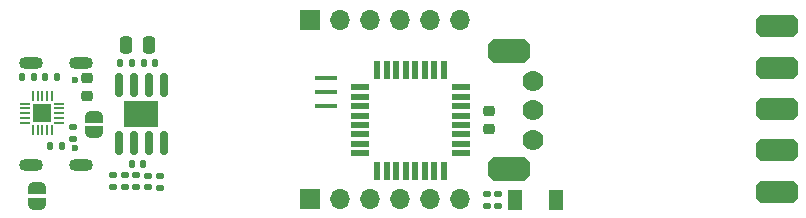
<source format=gbs>
%TF.GenerationSoftware,KiCad,Pcbnew,(6.0.7)*%
%TF.CreationDate,2022-08-25T13:00:14+08:00*%
%TF.ProjectId,T12_SolderingStation,5431325f-536f-46c6-9465-72696e675374,rev?*%
%TF.SameCoordinates,Original*%
%TF.FileFunction,Soldermask,Bot*%
%TF.FilePolarity,Negative*%
%FSLAX45Y45*%
G04 Gerber Fmt 4.5, Leading zero omitted, Abs format (unit mm)*
G04 Created by KiCad (PCBNEW (6.0.7)) date 2022-08-25 13:00:14*
%MOMM*%
%LPD*%
G01*
G04 APERTURE LIST*
G04 Aperture macros list*
%AMRoundRect*
0 Rectangle with rounded corners*
0 $1 Rounding radius*
0 $2 $3 $4 $5 $6 $7 $8 $9 X,Y pos of 4 corners*
0 Add a 4 corners polygon primitive as box body*
4,1,4,$2,$3,$4,$5,$6,$7,$8,$9,$2,$3,0*
0 Add four circle primitives for the rounded corners*
1,1,$1+$1,$2,$3*
1,1,$1+$1,$4,$5*
1,1,$1+$1,$6,$7*
1,1,$1+$1,$8,$9*
0 Add four rect primitives between the rounded corners*
20,1,$1+$1,$2,$3,$4,$5,0*
20,1,$1+$1,$4,$5,$6,$7,0*
20,1,$1+$1,$6,$7,$8,$9,0*
20,1,$1+$1,$8,$9,$2,$3,0*%
%AMFreePoly0*
4,1,17,0.600431,1.735355,0.985356,1.350431,1.000000,1.315076,1.000000,-1.315076,0.985356,-1.350431,0.600431,-1.735355,0.565076,-1.750000,-0.565076,-1.750000,-0.600431,-1.735356,-0.985355,-1.350431,-1.000000,-1.315076,-1.000000,1.315076,-0.985355,1.350431,-0.600431,1.735356,-0.565076,1.750000,0.565076,1.750000,0.600431,1.735355,0.600431,1.735355,$1*%
%AMFreePoly1*
4,1,17,0.541853,1.785355,0.885355,1.441853,0.900000,1.406498,0.900000,-1.406498,0.885355,-1.441853,0.541853,-1.785355,0.506498,-1.800000,-0.506498,-1.800000,-0.541853,-1.785355,-0.885355,-1.441853,-0.900000,-1.406498,-0.900000,1.406498,-0.885355,1.441853,-0.541853,1.785355,-0.506498,1.800000,0.506498,1.800000,0.541853,1.785355,0.541853,1.785355,$1*%
%AMFreePoly2*
4,1,22,0.500000,-0.750000,0.000000,-0.750000,0.000000,-0.745033,-0.079941,-0.743568,-0.215256,-0.701293,-0.333266,-0.622738,-0.424486,-0.514219,-0.481581,-0.384460,-0.499164,-0.250000,-0.500000,-0.250000,-0.500000,0.250000,-0.499164,0.250000,-0.499963,0.256109,-0.478152,0.396186,-0.417904,0.524511,-0.324060,0.630769,-0.204165,0.706417,-0.067858,0.745374,0.000000,0.744959,0.000000,0.750000,
0.500000,0.750000,0.500000,-0.750000,0.500000,-0.750000,$1*%
%AMFreePoly3*
4,1,20,0.000000,0.744959,0.073905,0.744508,0.209726,0.703889,0.328688,0.626782,0.421226,0.519385,0.479903,0.390333,0.500000,0.250000,0.500000,-0.250000,0.499851,-0.262216,0.476331,-0.402017,0.414519,-0.529596,0.319384,-0.634700,0.198574,-0.708877,0.061801,-0.746166,0.000000,-0.745033,0.000000,-0.750000,-0.500000,-0.750000,-0.500000,0.750000,0.000000,0.750000,0.000000,0.744959,
0.000000,0.744959,$1*%
G04 Aperture macros list end*
%ADD10R,1.700000X1.700000*%
%ADD11O,1.700000X1.700000*%
%ADD12FreePoly0,90.000000*%
%ADD13C,1.778000*%
%ADD14C,0.600000*%
%ADD15O,2.032000X1.016000*%
%ADD16FreePoly1,90.000000*%
%ADD17RoundRect,0.135000X0.185000X-0.135000X0.185000X0.135000X-0.185000X0.135000X-0.185000X-0.135000X0*%
%ADD18RoundRect,0.225000X0.250000X-0.225000X0.250000X0.225000X-0.250000X0.225000X-0.250000X-0.225000X0*%
%ADD19RoundRect,0.135000X-0.185000X0.135000X-0.185000X-0.135000X0.185000X-0.135000X0.185000X0.135000X0*%
%ADD20RoundRect,0.140000X0.140000X0.170000X-0.140000X0.170000X-0.140000X-0.170000X0.140000X-0.170000X0*%
%ADD21RoundRect,0.135000X0.135000X0.185000X-0.135000X0.185000X-0.135000X-0.185000X0.135000X-0.185000X0*%
%ADD22RoundRect,0.135000X-0.135000X-0.185000X0.135000X-0.185000X0.135000X0.185000X-0.135000X0.185000X0*%
%ADD23R,1.600000X0.550000*%
%ADD24R,0.550000X1.600000*%
%ADD25RoundRect,0.250000X0.250000X0.475000X-0.250000X0.475000X-0.250000X-0.475000X0.250000X-0.475000X0*%
%ADD26RoundRect,0.140000X-0.170000X0.140000X-0.170000X-0.140000X0.170000X-0.140000X0.170000X0.140000X0*%
%ADD27FreePoly2,90.000000*%
%ADD28FreePoly3,90.000000*%
%ADD29R,1.300000X1.700000*%
%ADD30RoundRect,0.150000X0.150000X-0.825000X0.150000X0.825000X-0.150000X0.825000X-0.150000X-0.825000X0*%
%ADD31R,3.000000X2.290000*%
%ADD32RoundRect,0.225000X-0.250000X0.225000X-0.250000X-0.225000X0.250000X-0.225000X0.250000X0.225000X0*%
%ADD33RoundRect,0.050000X-0.050000X0.375000X-0.050000X-0.375000X0.050000X-0.375000X0.050000X0.375000X0*%
%ADD34RoundRect,0.050000X-0.375000X0.050000X-0.375000X-0.050000X0.375000X-0.050000X0.375000X0.050000X0*%
%ADD35R,1.650000X1.650000*%
%ADD36R,1.900000X0.400000*%
G04 APERTURE END LIST*
D10*
%TO.C,J6*%
X10683240Y-7975600D03*
D11*
X10937240Y-7975600D03*
X11191240Y-7975600D03*
X11445240Y-7975600D03*
X11699240Y-7975600D03*
X11953240Y-7975600D03*
%TD*%
D12*
%TO.C,SW2*%
X12370840Y-9237600D03*
X12370840Y-8237600D03*
D13*
X12570840Y-8987600D03*
X12570840Y-8737600D03*
X12570840Y-8487600D03*
%TD*%
D14*
%TO.C,J1*%
X8695780Y-9062160D03*
X8695780Y-8484160D03*
D15*
X8743780Y-9205160D03*
X8326780Y-8341160D03*
X8743780Y-8341160D03*
X8326780Y-9205160D03*
%TD*%
D16*
%TO.C,J4*%
X14635480Y-9427020D03*
X14635480Y-9077020D03*
X14635480Y-8727020D03*
X14635480Y-8377020D03*
X14635480Y-8027020D03*
%TD*%
D10*
%TO.C,J5*%
X10683240Y-9489440D03*
D11*
X10937240Y-9489440D03*
X11191240Y-9489440D03*
X11445240Y-9489440D03*
X11699240Y-9489440D03*
X11953240Y-9489440D03*
%TD*%
D17*
%TO.C,R12*%
X12181840Y-9550600D03*
X12181840Y-9448600D03*
%TD*%
D18*
%TO.C,C9*%
X8799060Y-8621440D03*
X8799060Y-8466440D03*
%TD*%
D19*
%TO.C,R6*%
X9118600Y-9290143D03*
X9118600Y-9392143D03*
%TD*%
D20*
%TO.C,C6*%
X9273280Y-9193623D03*
X9177280Y-9193623D03*
%TD*%
D17*
%TO.C,R3*%
X9418320Y-9394743D03*
X9418320Y-9292743D03*
%TD*%
D21*
%TO.C,R2*%
X8539680Y-8458200D03*
X8437680Y-8458200D03*
%TD*%
D22*
%TO.C,R1*%
X8249720Y-8458200D03*
X8351720Y-8458200D03*
%TD*%
D19*
%TO.C,R10*%
X8682220Y-8881560D03*
X8682220Y-8983560D03*
%TD*%
D23*
%TO.C,U3*%
X11110680Y-9103960D03*
X11110680Y-9023960D03*
X11110680Y-8943960D03*
X11110680Y-8863960D03*
X11110680Y-8783960D03*
X11110680Y-8703960D03*
X11110680Y-8623960D03*
X11110680Y-8543960D03*
D24*
X11255680Y-8398960D03*
X11335680Y-8398960D03*
X11415680Y-8398960D03*
X11495680Y-8398960D03*
X11575680Y-8398960D03*
X11655680Y-8398960D03*
X11735680Y-8398960D03*
X11815680Y-8398960D03*
D23*
X11960680Y-8543960D03*
X11960680Y-8623960D03*
X11960680Y-8703960D03*
X11960680Y-8783960D03*
X11960680Y-8863960D03*
X11960680Y-8943960D03*
X11960680Y-9023960D03*
X11960680Y-9103960D03*
D24*
X11815680Y-9248960D03*
X11735680Y-9248960D03*
X11655680Y-9248960D03*
X11575680Y-9248960D03*
X11495680Y-9248960D03*
X11415680Y-9248960D03*
X11335680Y-9248960D03*
X11255680Y-9248960D03*
%TD*%
D25*
%TO.C,C8*%
X9320280Y-8186420D03*
X9130280Y-8186420D03*
%TD*%
D26*
%TO.C,C7*%
X9316720Y-9292943D03*
X9316720Y-9388943D03*
%TD*%
D19*
%TO.C,R8*%
X9215120Y-9289943D03*
X9215120Y-9391943D03*
%TD*%
D27*
%TO.C,JP2*%
X8371840Y-9529040D03*
D28*
X8371840Y-9399040D03*
%TD*%
D19*
%TO.C,R13*%
X12278360Y-9448600D03*
X12278360Y-9550600D03*
%TD*%
D22*
%TO.C,R9*%
X8486440Y-9044320D03*
X8588440Y-9044320D03*
%TD*%
D29*
%TO.C,D3*%
X12418320Y-9494520D03*
X12768320Y-9494520D03*
%TD*%
D30*
%TO.C,U1*%
X9446260Y-9019483D03*
X9319260Y-9019483D03*
X9192260Y-9019483D03*
X9065260Y-9019483D03*
X9065260Y-8524483D03*
X9192260Y-8524483D03*
X9319260Y-8524483D03*
X9446260Y-8524483D03*
D31*
X9255760Y-8771983D03*
%TD*%
D21*
%TO.C,R7*%
X9174680Y-8335103D03*
X9072680Y-8335103D03*
%TD*%
D17*
%TO.C,R4*%
X9017000Y-9391943D03*
X9017000Y-9289943D03*
%TD*%
D32*
%TO.C,C10*%
X12201160Y-8741380D03*
X12201160Y-8896380D03*
%TD*%
D33*
%TO.C,U2*%
X8337920Y-8618360D03*
X8377920Y-8618360D03*
X8417920Y-8618360D03*
X8457920Y-8618360D03*
X8497920Y-8618360D03*
D34*
X8562920Y-8683360D03*
X8562920Y-8723360D03*
X8562920Y-8763360D03*
X8562920Y-8803360D03*
X8562920Y-8843360D03*
D33*
X8497920Y-8908360D03*
X8457920Y-8908360D03*
X8417920Y-8908360D03*
X8377920Y-8908360D03*
X8337920Y-8908360D03*
D34*
X8272920Y-8843360D03*
X8272920Y-8803360D03*
X8272920Y-8763360D03*
X8272920Y-8723360D03*
X8272920Y-8683360D03*
D35*
X8417920Y-8763360D03*
%TD*%
D27*
%TO.C,JP1*%
X8854940Y-8926440D03*
D28*
X8854940Y-8796440D03*
%TD*%
D20*
%TO.C,C5*%
X9373580Y-8335103D03*
X9277580Y-8335103D03*
%TD*%
D36*
%TO.C,Y1*%
X10817860Y-8465040D03*
X10817860Y-8585040D03*
X10817860Y-8705040D03*
%TD*%
M02*

</source>
